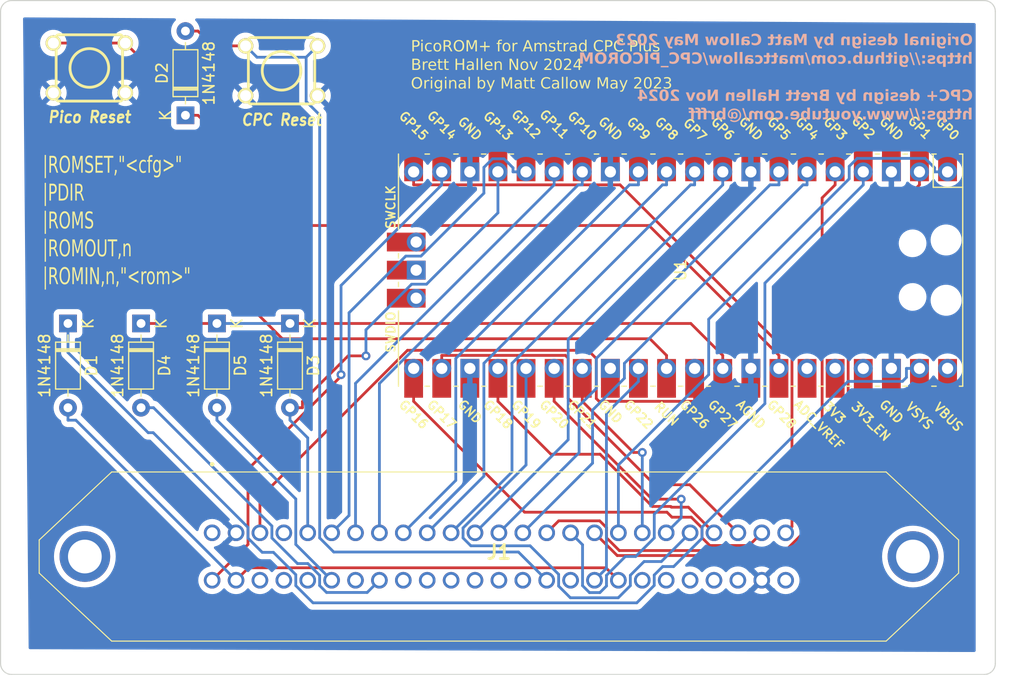
<source format=kicad_pcb>
(kicad_pcb (version 20221018) (generator pcbnew)
  (title_block (title "CPC PicoROM Plus") (date "18-Nov-2024") (rev "1.1-0") (company "Brett Hallen") (comment 1 "https://github.com/0ddjob/CPC_PICOROM") (comment 3 "https://github.com/mattcallow/CPC_PICOROM") (comment 4 "Original by Matt Callow"))
  (layers (0 "F.Cu" signal) (31 "B.Cu" signal) (34 "B.Paste" user) (35 "F.Paste" user) (36 "B.SilkS" user "B.Silkscreen") (37 "F.SilkS" user "F.Silkscreen") (38 "B.Mask" user) (39 "F.Mask" user) (44 "Edge.Cuts" user))
  (net 0 "")
  (net 1 "Net-(D1-K)")
  (net 2 "Vcc")
  (net 3 "Net-(D2-K)")
  (net 4 "~{BRST}")
  (net 5 "Net-(D3-K)")
  (net 6 "A13")
  (net 7 "~{WR}")
  (net 8 "~{IORQ}")
  (net 10 "GND")
  (net 11 "/A15")
  (net 13 "/A12")
  (net 14 "/A11")
  (net 15 "/A10")
  (net 16 "/A9")
  (net 17 "/A8")
  (net 18 "/A7")
  (net 19 "/A6")
  (net 20 "/A5")
  (net 21 "/A4")
  (net 22 "/A3")
  (net 23 "/A2")
  (net 24 "/A1")
  (net 25 "/A0")
  (net 26 "/D7")
  (net 27 "/D6")
  (net 28 "/D5")
  (net 29 "/D4")
  (net 30 "/D3")
  (net 31 "/D2")
  (net 32 "/D1")
  (net 33 "/D0")
  (net 45 "~{ROMEN}")
  (net 54 "RUN")
  (footprint "Diode_THT:D_DO-35_SOD27_P7.62mm_Horizontal" (layer "F.Cu") (at 95.504 123.444 -90)
    (fp_text reference "D3" (at 3.81 -2.12 90) (layer "F.SilkS"))
    (fp_text value "1N4148" (at 3.81 2.12 90) (layer "F.SilkS"))
    (fp_text user "K" (at 0 -1.8 90) (layer "F.SilkS"))
    (pad "1" thru_hole rect (at 0 0 270) (size 1.6 1.6) (drill 0.8) (layers "*.Cu" "*.Mask") (net 5 "Net-(D3-K)"))
    (pad "2" thru_hole oval (at 7.62 0 270) (size 1.6 1.6) (drill 0.8) (layers "*.Cu" "*.Mask") (net 6 "A13"))
  )
  (footprint "Diode_THT:D_DO-35_SOD27_P7.62mm_Horizontal" (layer "F.Cu") (at 88.9 123.444 -90)
    (fp_text reference "D5" (at 3.81 -2.12 90) (layer "F.SilkS"))
    (fp_text value "1N4148" (at 3.81 2.12 90) (layer "F.SilkS"))
    (fp_text user "K" (at 0 -1.8 90) (layer "F.SilkS"))
    (pad "1" thru_hole rect (at 0 0 270) (size 1.6 1.6) (drill 0.8) (layers "*.Cu" "*.Mask") (net 5 "Net-(D3-K)"))
    (pad "2" thru_hole oval (at 7.62 0 270) (size 1.6 1.6) (drill 0.8) (layers "*.Cu" "*.Mask") (net 8 "~{IORQ}"))
  )
  (footprint "CluelessEngineer:RPi_Pico_SMD_TH" (layer "F.Cu") (at 130.81 118.618 -90)
    (fp_text reference "U1" (at 0 0 90) (layer "F.SilkS"))
    (fp_text value "Pico")
    (fp_text user "VSYS" (at 13.2 -21.59 135) (layer "F.SilkS") (effects (font (size 0.8 0.8))))
    (fp_text user "GND" (at 12.8 19.05 135) (layer "F.SilkS") (effects (font (size 0.8 0.8))))
    (fp_text user "GP28" (at 13.054 -9.144 135) (layer "F.SilkS") (effects (font (size 0.8 0.8))))
    (fp_text user "GP27" (at 13.054 -3.8 135) (layer "F.SilkS") (effects (font (size 0.8 0.8))))
    (fp_text user "GP17" (at 13.054 21.59 135) (layer "F.SilkS") (effects (font (size 0.8 0.8))))
    (fp_text user "GP10" (at -13.054 8.89 135) (layer "F.SilkS") (effects (font (size 0.8 0.8))))
    (fp_text user "GP26" (at 13.054 -1.27 135) (layer "F.SilkS") (effects (font (size 0.8 0.8))))
    (fp_text user "GP5" (at -12.8 -8.89 135) (layer "F.SilkS") (effects (font (size 0.8 0.8))))
    (fp_text user "GP11" (at -13.2 11.43 135) (layer "F.SilkS") (effects (font (size 0.8 0.8))))
    (fp_text user "ADC_VREF" (at 14 -12.5 135) (layer "F.SilkS") (effects (font (size 0.8 0.8))))
    (fp_text user "GP13" (at -13.054 16.51 135) (layer "F.SilkS") (effects (font (size 0.8 0.8))))
    (fp_text user "GND" (at 12.8 6.35 135) (layer "F.SilkS") (effects (font (size 0.8 0.8))))
    (fp_text user "RUN" (at 13 1.27 135) (layer "F.SilkS") (effects (font (size 0.8 0.8))))
    (fp_text user "GP14" (at -13.1 21.59 135) (layer "F.SilkS") (effects (font (size 0.8 0.8))))
    (fp_text user "GP8" (at -12.8 1.27 135) (layer "F.SilkS") (effects (font (size 0.8 0.8))))
    (fp_text user "GP0" (at -12.8 -24.13 135) (layer "F.SilkS") (effects (font (size 0.8 0.8))))
    (fp_text user "GP6" (at -12.8 -3.81 135) (layer "F.SilkS") (effects (font (size 0.8 0.8))))
    (fp_text user "3V3_EN" (at 13.7 -17.2 135) (layer "F.SilkS") (effects (font (size 0.8 0.8))))
    (fp_text user "SWCLK" (at -5.7 26.2 90) (layer "F.SilkS") (effects (font (size 0.8 0.8))))
    (fp_text user "GND" (at -12.8 19.05 135) (layer "F.SilkS") (effects (font (size 0.8 0.8))))
    (fp_text user "3V3" (at 12.9 -13.9 135) (layer "F.SilkS") (effects (font (size 0.8 0.8))))
    (fp_text user "GND" (at -12.8 -19.05 135) (layer "F.SilkS") (effects (font (size 0.8 0.8))))
    (fp_text user "GP1" (at -12.9 -21.6 135) (layer "F.SilkS") (effects (font (size 0.8 0.8))))
    (fp_text user "GND" (at -12.8 6.35 135) (layer "F.SilkS") (effects (font (size 0.8 0.8))))
    (fp_text user "GP21" (at 13.054 8.9 135) (layer "F.SilkS") (effects (font (size 0.8 0.8))))
    (fp_text user "GP2" (at -12.9 -16.51 135) (layer "F.SilkS") (effects (font (size 0.8 0.8))))
    (fp_text user "SWDIO" (at 5.6 26.2 90) (layer "F.SilkS") (effects (font (size 0.8 0.8))))
    (fp_text user "GP19" (at 13.054 13.97 135) (layer "F.SilkS") (effects (font (size 0.8 0.8))))
    (fp_text user "GP22" (at 13.054 3.81 135) (layer "F.SilkS") (effects (font (size 0.8 0.8))))
    (fp_text user "GP20" (at 13.054 11.43 135) (layer "F.SilkS") (effects (font (size 0.8 0.8))))
    (fp_text user "GP12" (at -13.2 13.97 135) (layer "F.SilkS") (effects (font (size 0.8 0.8))))
    (fp_text user "AGND" (at 13.054 -6.35 135) (layer "F.SilkS") (effects (font (size 0.8 0.8))))
    (fp_text user "VBUS" (at 13.3 -24.2 135) (layer "F.SilkS") (effects (font (size 0.8 0.8))))
    (fp_text user "GND" (at 12.8 -19.05 135) (layer "F.SilkS") (effects (font (size 0.8 0.8))))
    (fp_text user "GP4" (at -12.8 -11.43 135) (layer "F.SilkS") (effects (font (size 0.8 0.8))))
    (fp_text user "GP9" (at -12.8 3.81 135) (layer "F.SilkS") (effects (font (size 0.8 0.8))))
    (fp_text user "GP15" (at -13.054 24.13 135) (layer "F.SilkS") (effects (font (size 0.8 0.8))))
    (fp_text user "GP16" (at 13.054 24.13 135) (layer "F.SilkS") (effects (font (size 0.8 0.8))))
    (fp_text user "GP18" (at 13.054 16.51 135) (layer "F.SilkS") (effects (font (size 0.8 0.8))))
    (fp_text user "GND" (at -12.8 -6.35 135) (layer "F.SilkS") (effects (font (size 0.8 0.8))))
    (fp_text user "GP3" (at -12.8 -13.97 135) (layer "F.SilkS") (effects (font (size 0.8 0.8))))
    (fp_text user "GP7" (at -12.7 -1.3 135) (layer "F.SilkS") (effects (font (size 0.8 0.8))))
    (pad "" np_thru_hole oval (at -2.725 -24 270) (size 1.8 1.8) (drill 1.8) (layers "*.Cu" "*.Mask"))
    (pad "" np_thru_hole oval (at -2.425 -20.97 270) (size 1.5 1.5) (drill 1.5) (layers "*.Cu" "*.Mask"))
    (pad "" np_thru_hole oval (at 2.425 -20.97 270) (size 1.5 1.5) (drill 1.5) (layers "*.Cu" "*.Mask"))
    (pad "" np_thru_hole oval (at 2.725 -24 270) (size 1.8 1.8) (drill 1.8) (layers "*.Cu" "*.Mask"))
    (pad "1" thru_hole oval (at -8.89 -24.13 270) (size 1.7 1.7) (drill 1.02) (layers "*.Cu" "*.Mask") (net 25 "/A0"))
    (pad "1" smd rect (at -8.89 -24.13 270) (size 3.5 1.7) (drill (offset -0.9 0)) (layers "F.Cu" "F.Mask") (net 25 "/A0"))
    (pad "2" thru_hole oval (at -8.89 -21.59 270) (size 1.7 1.7) (drill 1.02) (layers "*.Cu" "*.Mask") (net 24 "/A1"))
    (pad "2" smd rect (at -8.89 -21.59 270) (size 3.5 1.7) (drill (offset -0.9 0)) (layers "F.Cu" "F.Mask") (net 24 "/A1"))
    (pad "3" thru_hole rect (at -8.89 -19.05 270) (size 1.7 1.7) (drill 1.02) (layers "*.Cu" "*.Mask") (net 10 "GND"))
    (pad "3" smd rect (at -8.89 -19.05 270) (size 3.5 1.7) (drill (offset -0.9 0)) (layers "F.Cu" "F.Mask") (net 10 "GND"))
    (pad "4" thru_hole oval (at -8.89 -16.51 270) (size 1.7 1.7) (drill 1.02) (layers "*.Cu" "*.Mask") (net 23 "/A2"))
    (pad "4" smd rect (at -8.89 -16.51 270) (size 3.5 1.7) (drill (offset -0.9 0)) (layers "F.Cu" "F.Mask") (net 23 "/A2"))
    (pad "5" thru_hole oval (at -8.89 -13.97 270) (size 1.7 1.7) (drill 1.02) (layers "*.Cu" "*.Mask") (net 22 "/A3"))
    (pad "5" smd rect (at -8.89 -13.97 270) (size 3.5 1.7) (drill (offset -0.9 0)) (layers "F.Cu" "F.Mask") (net 22 "/A3"))
    (pad "6" thru_hole oval (at -8.89 -11.43 270) (size 1.7 1.7) (drill 1.02) (layers "*.Cu" "*.Mask") (net 21 "/A4"))
    (pad "6" smd rect (at -8.89 -11.43 270) (size 3.5 1.7) (drill (offset -0.9 0)) (layers "F.Cu" "F.Mask") (net 21 "/A4"))
    (pad "7" thru_hole oval (at -8.89 -8.89 270) (size 1.7 1.7) (drill 1.02) (layers "*.Cu" "*.Mask") (net 20 "/A5"))
    (pad "7" smd rect (at -8.89 -8.89 270) (size 3.5 1.7) (drill (offset -0.9 0)) (layers "F.Cu" "F.Mask") (net 20 "/A5"))
    (pad "8" thru_hole rect (at -8.89 -6.35 270) (size 1.7 1.7) (drill 1.02) (layers "*.Cu" "*.Mask") (net 10 "GND"))
    (pad "8" smd rect (at -8.89 -6.35 270) (size 3.5 1.7) (drill (offset -0.9 0)) (layers "F.Cu" "F.Mask") (net 10 "GND"))
    (pad "9" thru_hole oval (at -8.89 -3.81 270) (size 1.7 1.7) (drill 1.02) (layers "*.Cu" "*.Mask") (net 19 "/A6"))
    (pad "9" smd rect (at -8.89 -3.81 270) (size 3.5 1.7) (drill (offset -0.9 0)) (layers "F.Cu" "F.Mask") (net 19 "/A6"))
    (pad "10" thru_hole oval (at -8.89 -1.27 270) (size 1.7 1.7) (drill 1.02) (layers "*.Cu" "*.Mask") (net 18 "/A7"))
    (pad "10" smd rect (at -8.89 -1.27 270) (size 3.5 1.7) (drill (offset -0.9 0)) (layers "F.Cu" "F.Mask") (net 18 "/A7"))
    (pad "11" thru_hole oval (at -8.89 1.27 270) (size 1.7 1.7) (drill 1.02) (layers "*.Cu" "*.Mask") (net 17 "/A8"))
    (pad "11" smd rect (at -8.89 1.27 270) (size 3.5 1.7) (drill (offset -0.9 0)) (layers "F.Cu" "F.Mask") (net 17 "/A8"))
    (pad "12" thru_hole oval (at -8.89 3.81 270) (size 1.7 1.7) (drill 1.02) (layers "*.Cu" "*.Mask") (net 16 "/A9"))
    (pad "12" smd rect (at -8.89 3.81 270) (size 3.5 1.7) (drill (offset -0.9 0)) (layers "F.Cu" "F.Mask") (net 16 "/A9"))
    (pad "13" thru_hole rect (at -8.89 6.35 270) (size 1.7 1.7) (drill 1.02) (layers "*.Cu" "*.Mask") (net 10 "GND"))
    (pad "13" smd rect (at -8.89 6.35 270) (size 3.5 1.7) (drill (offset -0.9 0)) (layers "F.Cu" "F.Mask") (net 10 "GND"))
    (pad "14" thru_hole oval (at -8.89 8.89 270) (size 1.7 1.7) (drill 1.02) (layers "*.Cu" "*.Mask") (net 15 "/A10"))
    (pad "14" smd rect (at -8.89 8.89 270) (size 3.5 1.7) (drill (offset -0.9 0)) (layers "F.Cu" "F.Mask") (net 15 "/A10"))
    (pad "15" thru_hole oval (at -8.89 11.43 270) (size 1.7 1.7) (drill 1.02) (layers "*.Cu" "*.Mask") (net 14 "/A11"))
    (pad "15" smd rect (at -8.89 11.43 270) (size 3.5 1.7) (drill (offset -0.9 0)) (layers "F.Cu" "F.Mask") (net 14 "/A11"))
    (pad "16" thru_hole oval (at -8.89 13.97 270) (size 1.7 1.7) (drill 1.02) (layers "*.Cu" "*.Mask") (net 13 "/A12"))
    (pad "16" smd rect (at -8.89 13.97 270) (size 3.5 1.7) (drill (offset -0.9 0)) (layers "F.Cu" "F.Mask") (net 13 "/A12"))
    (pad "17" thru_hole oval (at -8.89 16.51 270) (size 1.7 1.7) (drill 1.02) (layers "*.Cu" "*.Mask") (net 6 "A13"))
    (pad "17" smd rect (at -8.89 16.51 270) (size 3.5 1.7) (drill (offset -0.9 0)) (layers "F.Cu" "F.Mask") (net 6 "A13"))
    (pad "18" thru_hole rect (at -8.89 19.05 270) (size 1.7 1.7) (drill 1.02) (layers "*.Cu" "*.Mask") (net 10 "GND"))
    (pad "18" smd rect (at -8.89 19.05 270) (size 3.5 1.7) (drill (offset -0.9 0)) (layers "F.Cu" "F.Mask") (net 10 "GND"))
    (pad "19" thru_hole oval (at -8.89 21.59 270) (size 1.7 1.7) (drill 1.02) (layers "*.Cu" "*.Mask") (net 33 "/D0"))
    (pad "19" smd rect (at -8.89 21.59 270) (size 3.5 1.7) (drill (offset -0.9 0)) (layers "F.Cu" "F.Mask") (net 33 "/D0"))
    (pad "20" thru_hole oval (at -8.89 24.13 270) (size 1.7 1.7) (drill 1.02) (layers "*.Cu" "*.Mask") (net 32 "/D1"))
    (pad "20" smd rect (at -8.89 24.13 270) (size 3.5 1.7) (drill (offset -0.9 0)) (layers "F.Cu" "F.Mask") (net 32 "/D1"))
    (pad "21" thru_hole oval (at 8.89 24.13 270) (size 1.7 1.7) (drill 1.02) (layers "*.Cu" "*.Mask") (net 31 "/D2"))
    (pad "21" smd rect (at 8.89 24.13 270) (size 3.5 1.7) (drill (offset 0.9 0)) (layers "F.Cu" "F.Mask") (net 31 "/D2"))
    (pad "22" thru_hole oval (at 8.89 21.59 270) (size 1.7 1.7) (drill 1.02) (layers "*.Cu" "*.Mask") (net 30 "/D3"))
    (pad "22" smd rect (at 8.89 21.59 270) (size 3.5 1.7) (drill (offset 0.9 0)) (layers "F.Cu" "F.Mask") (net 30 "/D3"))
    (pad "23" thru_hole rect (at 8.89 19.05 270) (size 1.7 1.7) (drill 1.02) (layers "*.Cu" "*.Mask") (net 10 "GND"))
    (pad "23" smd rect (at 8.89 19.05 270) (size 3.5 1.7) (drill (offset 0.9 0)) (layers "F.Cu" "F.Mask") (net 10 "GND"))
    (pad "24" thru_hole oval (at 8.89 16.51 270) (size 1.7 1.7) (drill 1.02) (layers "*.Cu" "*.Mask") (net 29 "/D4"))
    (pad "24" smd rect (at 8.89 16.51 270) (size 3.5 1.7) (drill (offset 0.9 0)) (layers "F.Cu" "F.Mask") (net 29 "/D4"))
    (pad "25" thru_hole oval (at 8.89 13.97 270) (size 1.7 1.7) (drill 1.02) (layers "*.Cu" "*.Mask") (net 28 "/D5"))
    (pad "25" smd rect (at 8.89 13.97 270) (size 3.5 1.7) (drill (offset 0.9 0)) (layers "F.Cu" "F.Mask") (net 28 "/D5"))
    (pad "26" thru_hole oval (at 8.89 11.43 270) (size 1.7 1.7) (drill 1.02) (layers "*.Cu" "*.Mask") (net 27 "/D6"))
    (pad "26" smd rect (at 8.89 11.43 270) (size 3.5 1.7) (drill (offset 0.9 0)) (layers "F.Cu" "F.Mask") (net 27 "/D6"))
    (pad "27" thru_hole oval (at 8.89 8.89 270) (size 1.7 1.7) (drill 1.02) (layers "*.Cu" "*.Mask") (net 26 "/D7"))
    (pad "27" smd rect (at 8.89 8.89 270) (size 3.5 1.7) (drill (offset 0.9 0)) (layers "F.Cu" "F.Mask") (net 26 "/D7"))
    (pad "28" thru_hole rect (at 8.89 6.35 270) (size 1.7 1.7) (drill 1.02) (layers "*.Cu" "*.Mask") (net 10 "GND"))
    (pad "28" smd rect (at 8.89 6.35 270) (size 3.5 1.7) (drill (offset 0.9 0)) (layers "F.Cu" "F.Mask") (net 10 "GND"))
    (pad "29" thru_hole oval (at 8.89 3.81 270) (size 1.7 1.7) (drill 1.02) (layers "*.Cu" "*.Mask") (net 45 "~{ROMEN}"))
    (pad "29" smd rect (at 8.89 3.81 270) (size 3.5 1.7) (drill (offset 0.9 0)) (layers "F.Cu" "F.Mask") (net 45 "~{ROMEN}"))
    (pad "30" thru_hole oval (at 8.89 1.27 270) (size 1.7 1.7) (drill 1.02) (layers "*.Cu" "*.Mask") (net 54 "RUN"))
    (pad "30" smd rect (at 8.89 1.27 270) (size 3.5 1.7) (drill (offset 0.9 0)) (layers "F.Cu" "F.Mask") (net 54 "RUN"))
    (pad "31" thru_hole oval (at 8.89 -1.27 270) (size 1.7 1.7) (drill 1.02) (layers "*.Cu" "*.Mask") (net 11 "/A15"))
    (pad "31" smd rect (at 8.89 -1.27 270) (size 3.5 1.7) (drill (offset 0.9 0)) (layers "F.Cu" "F.Mask") (net 11 "/A15"))
    (pad "32" thru_hole oval (at 8.89 -3.81 270) (size 1.7 1.7) (drill 1.02) (layers "*.Cu" "*.Mask") (net 5 "Net-(D3-K)"))
    (pad "32" smd rect (at 8.89 -3.81 270) (size 3.5 1.7) (drill (offset 0.9 0)) (layers "F.Cu" "F.Mask") (net 5 "Net-(D3-K)"))
    (pad "33" thru_hole rect (at 8.89 -6.35 270) (size 1.7 1.7) (drill 1.02) (layers "*.Cu" "*.Mask") (net 10 "GND"))
    (pad "33" smd rect (at 8.89 -6.35 270) (size 3.5 1.7) (drill (offset 0.9 0)) (layers "F.Cu" "F.Mask") (net 10 "GND"))
    (pad "34" thru_hole oval (at 8.89 -8.89 270) (size 1.7 1.7) (drill 1.02) (layers "*.Cu" "*.Mask") (net 3 "Net-(D2-K)"))
    (pad "34" smd rect (at 8.89 -8.89 270) (size 3.5 1.7) (drill (offset 0.9 0)) (layers "F.Cu" "F.Mask") (net 3 "Net-(D2-K)"))
    (pad "35" thru_hole oval (at 8.89 -11.43 270) (size 1.7 1.7) (drill 1.02) (layers "*.Cu" "*.Mask"))
    (pad "35" smd rect (at 8.89 -11.43 270) (size 3.5 1.7) (drill (offset 0.9 0)) (layers "F.Cu" "F.Mask"))
    (pad "36" thru_hole oval (at 8.89 -13.97 270) (size 1.7 1.7) (drill 1.02) (layers "*.Cu" "*.Mask"))
    (pad "36" smd rect (at 8.89 -13.97 270) (size 3.5 1.7) (drill (offset 0.9 0)) (layers "F.Cu" "F.Mask"))
    (pad "37" thru_hole oval (at 8.89 -16.51 270) (size 1.7 1.7) (drill 1.02) (layers "*.Cu" "*.Mask"))
    (pad "37" smd rect (at 8.89 -16.51 270) (size 3.5 1.7) (drill (offset 0.9 0)) (layers "F.Cu" "F.Mask"))
    (pad "38" thru_hole rect (at 8.89 -19.05 270) (size 1.7 1.7) (drill 1.02) (layers "*.Cu" "*.Mask") (net 10 "GND"))
    (pad "38" smd rect (at 8.89 -19.05 270) (size 3.5 1.7) (drill (offset 0.9 0)) (layers "F.Cu" "F.Mask") (net 10 "GND"))
    (pad "39" thru_hole oval (at 8.89 -21.59 270) (size 1.7 1.7) (drill 1.02) (layers "*.Cu" "*.Mask") (net 1 "Net-(D1-K)"))
    (pad "39" smd rect (at 8.89 -21.59 270) (size 3.5 1.7) (drill (offset 0.9 0)) (layers "F.Cu" "F.Mask") (net 1 "Net-(D1-K)"))
    (pad "40" thru_hole oval (at 8.89 -24.13 270) (size 1.7 1.7) (drill 1.02) (layers "*.Cu" "*.Mask"))
    (pad "40" smd rect (at 8.89 -24.13 270) (size 3.5 1.7) (drill (offset 0.9 0)) (layers "F.Cu" "F.Mask"))
    (pad "41" thru_hole oval (at -2.54 23.9 270) (size 1.7 1.7) (drill 1.02) (layers "*.Cu" "*.Mask"))
    (pad "41" smd rect (at -2.54 23.9) (size 3.5 1.7) (drill (offset -0.9 0)) (layers "F.Cu" "F.Mask"))
    (pad "42" thru_hole rect (at 0 23.9 270) (size 1.7 1.7) (drill 1.02) (layers "*.Cu" "*.Mask"))
    (pad "42" smd rect (at 0 23.9) (size 3.5 1.7) (drill (offset -0.9 0)) (layers "F.Cu" "F.Mask"))
    (pad "43" thru_hole oval (at 2.54 23.9 270) (size 1.7 1.7) (drill 1.02) (layers "*.Cu" "*.Mask"))
    (pad "43" smd rect (at 2.54 23.9) (size 3.5 1.7) (drill (offset -0.9 0)) (layers "F.Cu" "F.Mask"))
  )
  (footprint "My_Components:Switch_Tactile_6mm" (layer "F.Cu") (at 77.3684 100.33)
    (fp_text reference "SW1" hide)
    (fp_text value "Pico Reset" (at 0 4.445) (layer "F.SilkS") (effects (font (size 1.016 0.9144) (thickness 0.2032) italic)))
    (pad "1" thru_hole circle (at -3.2512 -2.25044) (size 1.39954 1.39954) (drill 1.00076) (layers "*.Cu" "*.Mask" "F.SilkS") (net 54 "RUN"))
    (pad "1" thru_hole circle (at 3.2512 -2.25044) (size 1.39954 1.39954) (drill 1.00076) (layers "*.Cu" "*.Mask" "F.SilkS") (net 54 "RUN"))
    (pad "2" thru_hole circle (at -3.2512 2.25044) (size 1.39954 1.39954) (drill 1.00076) (layers "*.Cu" "*.Mask" "F.SilkS") (net 10 "GND"))
    (pad "2" thru_hole circle (at 3.2512 2.25044) (size 1.39954 1.39954) (drill 1.00076) (layers "*.Cu" "*.Mask" "F.SilkS") (net 10 "GND"))
  )
  (footprint "My_Components:Switch_Tactile_6mm" (layer "F.Cu") (at 94.742 100.584)
    (fp_text reference "SW2" hide)
    (fp_text value "CPC Reset" (at 0 4.445) (layer "F.SilkS") (effects (font (size 1.016 0.9144) (thickness 0.2032) italic)))
    (pad "1" thru_hole circle (at -3.2512 -2.25044) (size 1.39954 1.39954) (drill 1.00076) (layers "*.Cu" "*.Mask" "F.SilkS") (net 4 "~{BRST}"))
    (pad "1" thru_hole circle (at 3.2512 -2.25044) (size 1.39954 1.39954) (drill 1.00076) (layers "*.Cu" "*.Mask" "F.SilkS") (net 4 "~{BRST}"))
    (pad "2" thru_hole circle (at -3.2512 2.25044) (size 1.39954 1.39954) (drill 1.00076) (layers "*.Cu" "*.Mask" "F.SilkS") (net 10 "GND"))
    (pad "2" thru_hole circle (at 3.2512 2.25044) (size 1.39954 1.39954) (drill 1.00076) (layers "*.Cu" "*.Mask" "F.SilkS") (net 10 "GND"))
  )
  (footprint "Diode_THT:D_DO-35_SOD27_P7.62mm_Horizontal" (layer "F.Cu") (at 86.0552 104.6124 90)
    (fp_text reference "D2" (at 3.81 -2.12 90) (layer "F.SilkS"))
    (fp_text value "1N4148" (at 3.81 2.12 90) (layer "F.SilkS"))
    (fp_text user "K" (at 0 -1.8 90) (layer "F.SilkS"))
    (pad "1" thru_hole rect (at 0 0 90) (size 1.6 1.6) (drill 0.8) (layers "*.Cu" "*.Mask") (net 3 "Net-(D2-K)"))
    (pad "2" thru_hole oval (at 7.62 0 90) (size 1.6 1.6) (drill 0.8) (layers "*.Cu" "*.Mask") (net 4 "~{BRST}"))
  )
  (footprint "CluelessEngineer:111050113L001" (layer "F.Cu") (at 88.467 142.381)
    (fp_text reference "J1" (at 25.92 1.747) (layer "F.SilkS") (effects (font (size 1.27 1.27) (thickness 0.254))))
    (fp_text value "Amstrad_CPC_Plus_Expansion" hide)
    (pad "1" thru_hole circle (at 0 0) (size 1.5 1.5) (drill 1) (layers "*.Cu" "*.Mask"))
    (pad "2" thru_hole circle (at 2.16 0) (size 1.5 1.5) (drill 1) (layers "*.Cu" "*.Mask") (net 10 "GND"))
    (pad "3" thru_hole circle (at 4.32 0) (size 1.5 1.5) (drill 1) (layers "*.Cu" "*.Mask") (net 11 "/A15"))
    (pad "4" thru_hole circle (at 6.48 0) (size 1.5 1.5) (drill 1) (layers "*.Cu" "*.Mask"))
    (pad "5" thru_hole circle (at 8.64 0) (size 1.5 1.5) (drill 1) (layers "*.Cu" "*.Mask") (net 6 "A13"))
    (pad "6" thru_hole circle (at 10.8 0) (size 1.5 1.5) (drill 1) (layers "*.Cu" "*.Mask") (net 13 "/A12"))
    (pad "7" thru_hole circle (at 12.96 0) (size 1.5 1.5) (drill 1) (layers "*.Cu" "*.Mask") (net 14 "/A11"))
    (pad "8" thru_hole circle (at 15.12 0) (size 1.5 1.5) (drill 1) (layers "*.Cu" "*.Mask") (net 15 "/A10"))
    (pad "9" thru_hole circle (at 17.28 0) (size 1.5 1.5) (drill 1) (layers "*.Cu" "*.Mask") (net 16 "/A9"))
    (pad "10" thru_hole circle (at 19.44 0) (size 1.5 1.5) (drill 1) (layers "*.Cu" "*.Mask") (net 17 "/A8"))
    (pad "11" thru_hole circle (at 21.6 0) (size 1.5 1.5) (drill 1) (layers "*.Cu" "*.Mask") (net 18 "/A7"))
    (pad "12" thru_hole circle (at 23.76 0) (size 1.5 1.5) (drill 1) (layers "*.Cu" "*.Mask") (net 19 "/A6"))
    (pad "13" thru_hole circle (at 25.92 0) (size 1.5 1.5) (drill 1) (layers "*.Cu" "*.Mask") (net 20 "/A5"))
    (pad "14" thru_hole circle (at 28.08 0) (size 1.5 1.5) (drill 1) (layers "*.Cu" "*.Mask") (net 21 "/A4"))
    (pad "15" thru_hole circle (at 30.24 0) (size 1.5 1.5) (drill 1) (layers "*.Cu" "*.Mask") (net 22 "/A3"))
    (pad "16" thru_hole circle (at 32.4 0) (size 1.5 1.5) (drill 1) (layers "*.Cu" "*.Mask") (net 23 "/A2"))
    (pad "17" thru_hole circle (at 34.56 0) (size 1.5 1.5) (drill 1) (layers "*.Cu" "*.Mask") (net 24 "/A1"))
    (pad "18" thru_hole circle (at 36.72 0) (size 1.5 1.5) (drill 1) (layers "*.Cu" "*.Mask") (net 25 "/A0"))
    (pad "19" thru_hole circle (at 38.88 0) (size 1.5 1.5) (drill 1) (layers "*.Cu" "*.Mask") (net 26 "/D7"))
    (pad "20" thru_hole circle (at 41.04 0) (size 1.5 1.5) (drill 1) (layers "*.Cu" "*.Mask") (net 27 "/D6"))
    (pad "21" thru_hole circle (at 43.2 0) (size 1.5 1.5) (drill 1) (layers "*.Cu" "*.Mask") (net 28 "/D5"))
    (pad "22" thru_hole circle (at 45.36 0) (size 1.5 1.5) (drill 1) (layers "*.Cu" "*.Mask") (net 29 "/D4"))
    (pad "23" thru_hole circle (at 47.52 0) (size 1.5 1.5) (drill 1) (layers "*.Cu" "*.Mask") (net 30 "/D3"))
    (pad "24" thru_hole circle (at 49.68 0) (size 1.5 1.5) (drill 1) (layers "*.Cu" "*.Mask") (net 31 "/D2"))
    (pad "25" thru_hole circle (at 51.84 0) (size 1.5 1.5) (drill 1) (layers "*.Cu" "*.Mask") (net 32 "/D1"))
    (pad "26" thru_hole circle (at 0 4.29) (size 1.5 1.5) (drill 1) (layers "*.Cu" "*.Mask") (net 33 "/D0"))
    (pad "27" thru_hole circle (at 2.16 4.29) (size 1.5 1.5) (drill 1) (layers "*.Cu" "*.Mask") (net 2 "Vcc"))
    (pad "28" thru_hole circle (at 4.32 4.29) (size 1.5 1.5) (drill 1) (layers "*.Cu" "*.Mask"))
    (pad "29" thru_hole circle (at 6.48 4.29) (size 1.5 1.5) (drill 1) (layers "*.Cu" "*.Mask"))
    (pad "30" thru_hole circle (at 8.64 4.29) (size 1.5 1.5) (drill 1) (layers "*.Cu" "*.Mask"))
    (pad "31" thru_hole circle (at 10.8 4.29) (size 1.5 1.5) (drill 1) (layers "*.Cu" "*.Mask") (net 8 "~{IORQ}"))
    (pad "32" thru_hole circle (at 12.96 4.29) (size 1.5 1.5) (drill 1) (layers "*.Cu" "*.Mask"))
    (pad "33" thru_hole circle (at 15.12 4.29) (size 1.5 1.5) (drill 1) (layers "*.Cu" "*.Mask") (net 7 "~{WR}"))
    (pad "34" thru_hole circle (at 17.28 4.29) (size 1.5 1.5) (drill 1) (layers "*.Cu" "*.Mask"))
    (pad "35" thru_hole circle (at 19.44 4.29) (size 1.5 1.5) (drill 1) (layers "*.Cu" "*.Mask"))
    (pad "36" thru_hole circle (at 21.6 4.29) (size 1.5 1.5) (drill 1) (layers "*.Cu" "*.Mask"))
    (pad "37" thru_hole circle (at 23.76 4.29) (size 1.5 1.5) (drill 1) (layers "*.Cu" "*.Mask"))
    (pad "38" thru_hole circle (at 25.92 4.29) (size 1.5 1.5) (drill 1) (layers "*.Cu" "*.Mask"))
    (pad "39" thru_hole circle (at 28.08 4.29) (size 1.5 1.5) (drill 1) (layers "*.Cu" "*.Mask"))
    (pad "40" thru_hole circle (at 30.24 4.29) (size 1.5 1.5) (drill 1) (layers "*.Cu" "*.Mask") (net 4 "~{BRST}"))
    (pad "41" thru_hole circle (at 32.4 4.29) (size 1.5 1.5) (drill 1) (layers "*.Cu" "*.Mask"))
    (pad "42" thru_hole circle (at 34.56 4.29) (size 1.5 1.5) (drill 1) (layers "*.Cu" "*.Mask") (net 45 "~{ROMEN}"))
    (pad "43" thru_hole circle (at 36.72 4.29) (size 1.5 1.5) (drill 1) (layers "*.Cu" "*.Mask") (net 2 "Vcc"))
    (pad "44" thru_hole circle (at 38.88 4.29) (size 1.5 1.5) (drill 1) (layers "*.Cu" "*.Mask"))
    (pad "45" thru_hole circle (at 41.04 4.29) (size 1.5 1.5) (drill 1) (layers "*.Cu" "*.Mask"))
    (pad "46" thru_hole circle (at 43.2 4.29) (size 1.5 1.5) (drill 1) (layers "*.Cu" "*.Mask"))
    (pad "47" thru_hole circle (at 45.36 4.29) (size 1.5 1.5) (drill 1) (layers "*.Cu" "*.Mask"))
    (pad "48" thru_hole circle (at 47.52 4.29) (size 1.5 1.5) (drill 1) (layers "*.Cu" "*.Mask"))
    (pad "49" thru_hole circle (at 49.68 4.29) (size 1.5 1.5) (drill 1) (layers "*.Cu" "*.Mask") (net 10 "GND"))
    (pad "50" thru_hole circle (at 51.84 4.29) (size 1.5 1.5) (drill 1) (layers "*.Cu" "*.Mask"))
    (pad "MH1" thru_hole circle (at -11.505 2.145) (size 4.575 4.575) (drill 3.05) (layers "*.Cu" "*.Mask"))
    (pad "MH2" thru_hole circle (at 63.345 2.145) (size 4.575 4.575) (drill 3.05) (layers "*.Cu" "*.Mask"))
  )
  (footprint "Diode_THT:D_DO-35_SOD27_P7.62mm_Horizontal" (layer "F.Cu") (at 82.042 123.444 -90)
    (fp_text reference "D4" (at 3.81 -2.12 90) (layer "F.SilkS"))
    (fp_text value "1N4148" (at 3.81 2.12 90) (layer "F.SilkS"))
    (fp_text user "K" (at 0 -1.8 90) (layer "F.SilkS"))
    (pad "1" thru_hole rect (at 0 0 270) (size 1.6 1.6) (drill 0.8) (layers "*.Cu" "*.Mask") (net 5 "Net-(D3-K)"))
    (pad "2" thru_hole oval (at 7.62 0 270) (size 1.6 1.6) (drill 0.8) (layers "*.Cu" "*.Mask") (net 7 "~{WR}"))
  )
  (footprint "Diode_THT:D_DO-35_SOD27_P7.62mm_Horizontal" (layer "F.Cu") (at 75.438 123.444 -90)
    (fp_text reference "D1" (at 3.81 -2.12 90) (layer "F.SilkS"))
    (fp_text value "1N4148" (at 3.81 2.12 90) (layer "F.SilkS"))
    (fp_text user "K" (at 0 -1.8 90) (layer "F.SilkS"))
    (pad "1" thru_hole rect (at 0 0 270) (size 1.6 1.6) (drill 0.8) (layers "*.Cu" "*.Mask") (net 1 "Net-(D1-K)"))
    (pad "2" thru_hole oval (at 7.62 0 270) (size 1.6 1.6) (drill 0.8) (layers "*.Cu" "*.Mask") (net 2 "Vcc"))
  )
  (gr_arc (start 70.342 155.194) (mid 69.634893 154.901107) (end 69.342 154.194) (stroke (width 0.1)) (layer "Edge.Cuts"))
  (gr_line (start 159.258 95.234) (end 159.258 154.194) (stroke (width 0.1)) (layer "Edge.Cuts"))
  (gr_line (start 158.258 155.194) (end 70.342 155.194) (stroke (width 0.1)) (layer "Edge.Cuts"))
  (gr_arc (start 159.258 154.194) (mid 158.965107 154.901107) (end 158.258 155.194) (stroke (width 0.1)) (layer "Edge.Cuts"))
  (gr_line (start 70.342 94.234) (end 158.258 94.234) (stroke (width 0.1)) (layer "Edge.Cuts"))
  (gr_line (start 69.342 154.194) (end 69.342 95.234) (stroke (width 0.1)) (layer "Edge.Cuts"))
  (gr_arc (start 158.258 94.234) (mid 158.965107 94.526893) (end 159.258 95.234) (stroke (width 0.1)) (layer "Edge.Cuts"))
  (gr_arc (start 69.342 95.234) (mid 69.634893 94.526893) (end 70.342 94.234) (stroke (width 0.1)) (layer "Edge.Cuts"))
  (gr_text "Original design by Matt Callow May 2023\nhttps://github.com/mattcallow/CPC_PICOROM\n\nCPC+ design by Brett Hallen Nov 2024\nhttps://www.youtube.com/@brfff\n" (at 157.226 105.156) (layer "B.SilkS") (effects (font (size 1 1) (thickness 0.25) bold) (justify left bottom mirror)))
  (gr_text "|ROMSET,{dblquote}<cfg>{dblquote}\n|PDIR\n|ROMS\n|ROMOUT,n\n|ROMIN,n,{dblquote}<rom>{dblquote}" (at 73.152 120.142) (layer "F.SilkS") (effects (font (size 1.5 1)) (justify left bottom)))
  (gr_text "PicoROM+ for Amstrad CPC Plus\nBrett Hallen Nov 2024\nOriginal by Matt Callow May 2023" (at 106.426 102.362) (layer "F.SilkS") (effects (font (size 1 1)) (justify left bottom)))
  (segment (start 82.6853 133.3222) (end 83.1412 133.3222) (width 0.25) (layer "B.Cu") (net 1))
  (segment (start 132.747 141.8717) (end 145.9338 128.6849) (width 0.25) (layer "B.Cu") (net 1))
  (segment (start 130.1883 145.4314) (end 132.747 142.8727) (width 0.25) (layer "B.Cu") (net 1))
  (segment (start 150.8554 128.6849) (end 151.2231 128.3172) (width 0.25) (layer "B.Cu") (net 1))
  (segment (start 96.0271 146.1632) (end 96.0271 147.1556) (width 0.25) (layer "B.Cu") (net 1))
  (segment (start 75.438 123.444) (end 75.438 126.0749) (width 0.25) (layer "B.Cu") (net 1))
  (segment (start 75.438 126.0749) (end 82.6853 133.3222) (width 0.25) (layer "B.Cu") (net 1))
  (segment (start 128.427 146.1984) (end 129.194 145.4314) (width 0.25) (layer "B.Cu") (net 1))
  (segment (start 97.5838 148.7123) (end 126.8507 148.7123) (width 0.25) (layer "B.Cu") (net 1))
  (segment (start 94.0092 144.1453) (end 96.0271 146.1632) (width 0.25) (layer "B.Cu") (net 1))
  (segment (start 151.2231 128.3172) (end 151.2231 127.508) (width 0.25) (layer "B.Cu") (net 1))
  (segment (start 83.1412 133.3222) (end 91.707 141.888) (width 0.25) (layer "B.Cu") (net 1))
  (segment (start 152.4 127.508) (end 151.2231 127.508) (width 0.25) (layer "B.Cu") (net 1))
  (segment (start 96.0271 147.1556) (end 97.5838 148.7123) (width 0.25) (layer "B.Cu") (net 1))
  (segment (start 132.747 142.8727) (end 132.747 141.8717) (width 0.25) (layer "B.Cu") (net 1))
  (segment (start 92.9937 144.1453) (end 94.0092 144.1453) (width 0.25) (layer "B.Cu") (net 1))
  (segment (start 145.9338 128.6849) (end 150.8554 128.6849) (width 0.25) (layer "B.Cu") (net 1))
  (segment (start 129.194 145.4314) (end 130.1883 145.4314) (width 0.25) (layer "B.Cu") (net 1))
  (segment (start 126.8507 148.7123) (end 128.427 147.136) (width 0.25) (layer "B.Cu") (net 1))
  (segment (start 91.707 141.888) (end 91.707 142.8586) (width 0.25) (layer "B.Cu") (net 1))
  (segment (start 128.427 147.136) (end 128.427 146.1984) (width 0.25) (layer "B.Cu") (net 1))
  (segment (start 91.707 142.8586) (end 92.9937 144.1453) (width 0.25) (layer "B.Cu") (net 1))
  (segment (start 91.7537 145.5443) (end 124.0603 145.5443) (width 0.25) (layer "F.Cu") (net 2))
  (segment (start 90.627 146.671) (end 91.7537 145.5443) (width 0.25) (layer "F.Cu") (net 2))
  (segment (start 124.0603 145.5443) (end 125.187 146.671) (width 0.25) (layer "F.Cu") (net 2))
  (segment (start 90.627 146.671) (end 76.1469 132.1909) (width 0.25) (layer "B.Cu") (net 2))
  (segment (start 75.438 131.064) (end 75.438 132.1909) (width 0.25) (layer "B.Cu") (net 2))
  (segment (start 76.1469 132.1909) (end 75.438 132.1909) (width 0.25) (layer "B.Cu") (net 2))
  (segment (start 127.9529 114.584) (end 139.7 126.3311) (width 0.25) (layer "F.Cu") (net 3))
  (segment (start 87.1821 104.6124) (end 97.1537 114.584) (width 0.25) (layer "F.Cu") (net 3))
  (segment (start 139.7 127.508) (end 139.7 126.3311) (width 0.25) (layer "F.Cu") (net 3))
  (segment (start 86.0552 104.6124) (end 87.1821 104.6124) (width 0.25) (layer "F.Cu") (net 3))
  (segment (start 97.1537 114.584) (end 127.9529 114.584) (width 0.25) (layer "F.Cu") (net 3))
  (segment (start 88.5233 98.3336) (end 87.1821 96.9924) (width 0.25) (layer "F.Cu") (net 4))
  (segment (start 86.0552 96.9924) (end 87.1821 96.9924) (width 0.25) (layer "F.Cu") (net 4))
  (segment (start 91.4908 98.3336) (end 88.5233 98.3336) (width 0.25) (layer "F.Cu") (net 4))
  (segment (start 96.9638 99.363) (end 96.9638 103.3581) (width 0.25) (layer "B.Cu") (net 4))
  (segment (start 96.9638 103.3581) (end 98.1871 104.5814) (width 0.25) (layer "B.Cu") (net 4))
  (segment (start 99.4574 144.1166) (end 116.1526 144.1166) (width 0.25) (layer "B.Cu") (net 4))
  (segment (start 116.1526 144.1166) (end 118.707 146.671) (width 0.25) (layer "B.Cu") (net 4))
  (segment (start 92.5202 99.363) (end 91.4908 98.3336) (width 0.25) (layer "B.Cu") (net 4))
  (segment (start 98.1871 142.8463) (end 99.4574 144.1166) (width 0.25) (layer "B.Cu") (net 4))
  (segment (start 96.9638 99.363) (end 97.9932 98.3336) (width 0.25) (layer "B.Cu") (net 4))
  (segment (start 98.1871 104.5814) (end 98.1871 142.8463) (width 0.25) (layer "B.Cu") (net 4))
  (segment (start 96.9638 99.363) (end 92.5202 99.363) (width 0.25) (layer "B.Cu") (net 4))
  (segment (start 95.504 123.444) (end 96.6309 123.444) (width 0.25) (layer "F.Cu") (net 5))
  (segment (start 131.7329 123.444) (end 134.62 126.3311) (width 0.25) (layer "F.Cu") (net 5))
  (segment (start 82.042 123.444) (end 88.9 123.444) (width 0.25) (layer "F.Cu") (net 5))
  (segment (start 96.6309 123.444) (end 131.7329 123.444) (width 0.25) (layer "F.Cu") (net 5))
  (segment (start 134.62 127.508) (end 134.62 126.3311) (width 0.25) (layer "F.Cu") (net 5))
  (segment (start 88.9 123.444) (end 95.504 123.444) (width 0.25) (layer "B.Cu") (net 5))
  (segment (start 100.7542 126.3772) (end 102.3705 126.3772) (width 0.25) (layer "F.Cu") (net 6))
  (segment (start 96.6309 131.064) (end 96.6309 130.5005) (width 0.25) (layer "F.Cu") (net 6))
  (segment (start 95.504 131.064) (end 96.6309 131.064) (width 0.25) (layer "F.Cu") (net 6))
  (segment (start 96.6309 130.5005) (end 100.7542 126.3772) (width 0.25) (layer "F.Cu") (net 6))
  (via (at 102.3705 126.3772) (size 0.8) (drill 0.4) (layers "F.Cu" "B.Cu") (net 6))
  (segment (start 107.8458 119.888) (end 106.5005 119.888) (width 0.25) (layer "B.Cu") (net 6))
  (segment (start 97.107 133.7939) (end 97.107 142.381) (width 0.25) (layer "B.Cu") (net 6))
  (segment (start 95.504 132.1909) (end 97.107 133.7939) (width 0.25) (layer "B.Cu") (net 6))
  (segment (start 102.3705 124.018) (end 102.3705 126.3772) (width 0.25) (layer "B.Cu") (net 6))
  (segment (start 114.3 113.4338) (end 107.8458 119.888) (width 0.25) (layer "B.Cu") (net 6))
  (segment (start 106.5005 119.888) (end 102.3705 124.018) (width 0.25) (layer "B.Cu") (net 6))
  (segment (start 114.3 109.728) (end 114.3 113.4338) (width 0.25) (layer "B.Cu") (net 6))
  (segment (start 95.504 131.064) (end 95.504 132.1909) (width 0.25) (layer "B.Cu") (net 6))
  (segment (start 82.042 131.064) (end 83.1689 131.064) (width 0.25) (layer "B.Cu") (net 7))
  (segment (start 98.1839 146.2249) (end 97.1216 145.1626) (width 0.25) (layer "B.Cu") (net 7))
  (segment (start 93.867 142.8473) (end 93.867 141.7621) (width 0.25) (layer "B.Cu") (net 7))
  (segment (start 102.4804 147.7776) (end 98.8091 147.7776) (width 0.25) (layer "B.Cu") (net 7))
  (segment (start 103.587 146.671) (end 102.4804 147.7776) (width 0.25) (layer "B.Cu") (net 7))
  (segment (start 93.867 141.7621) (end 83.1689 131.064) (width 0.25) (layer "B.Cu") (net 7))
  (segment (start 96.1823 145.1626) (end 93.867 142.8473) (width 0.25) (layer "B.Cu") (net 7))
  (segment (start 98.8091 147.7776) (end 98.1839 147.1524) (width 0.25) (layer "B.Cu") (net 7))
  (segment (start 98.1839 147.1524) (end 98.1839 146.2249) (width 0.25) (layer "B.Cu") (net 7))
  (segment (start 97.1216 145.1626) (end 96.1823 145.1626) (width 0.25) (layer "B.Cu") (net 7))
  (segment (start 96.027 143.4289) (end 96.027 139.3179) (width 0.25) (layer "B.Cu") (net 8))
  (segment (start 99.267 146.671) (end 99.267 146.6689) (width 0.25) (layer "B.Cu") (net 8))
  (segment (start 88.9 131.064) (end 88.9 132.1909) (width 0.25) (layer "B.Cu") (net 8))
  (segment (start 96.027 139.3179) (end 88.9 132.1909) (width 0.25) (layer "B.Cu") (net 8))
  (segment (start 99.267 146.6689) (end 96.027 143.4289) (width 0.25) (layer "B.Cu") (net 8))
  (segment (start 92.787 139.206) (end 92.787 142.381) (width 0.25) (layer "F.Cu") (net 11))
  (segment (start 123.19 130.2371) (end 123.19 126.6157) (width 0.25) (layer "F.Cu") (net 11))
  (segment (start 122.4478 125.8735) (end 106.1195 125.8735) (width 0.25) (layer "F.Cu") (net 11))
  (segment (start 123.19 126.6157) (end 122.4478 125.8735) (width 0.25) (layer "F.Cu") (net 11))
  (segment (start 132.08 127.508) (end 132.08 130.4849) (width 0.25) (layer "F.Cu") (net 11))
  (segment (start 106.1195 125.8735) (end 92.787 139.206) (width 0.25) (layer "F.Cu") (net 11))
  (segment (start 123.4378 130.4849) (end 123.19 130.2371) (width 0.25) (layer "F.Cu") (net 11))
  (segment (start 132.08 130.4849) (end 123.4378 130.4849) (width 0.25) (layer "F.Cu") (net 11))
  (segment (start 100.8444 140.8036) (end 99.267 142.381) (width 0.25) (layer "B.Cu") (net 13))
  (segment (start 115.6631 109.3622) (end 114.8446 108.5437) (width 0.25) (layer "B.Cu") (net 13))
  (segment (start 113.0299 109.3262) (end 113.0299 111.6632) (width 0.25) (layer "B.Cu") (net 13))
  (segment (start 105.9698 117.348) (end 100.8444 122.4734) (width 0.25) (layer "B.Cu") (net 13))
  (segment (start 100.8444 122.4734) (end 100.8444 140.8036) (width 0.25) (layer "B.Cu") (net 13))
  (segment (start 113.8124 108.5437) (end 113.0299 109.3262) (width 0.25) (layer "B.Cu") (net 13))
  (segment (start 116.84 109.728) (end 115.6631 109.728) (width 0.25) (layer "B.Cu") (net 13))
  (segment (start 113.0299 111.6632) (end 107.3451 117.348) (width 0.25) (layer "B.Cu") (net 13))
  (segment (start 114.8446 108.5437) (end 113.8124 108.5437) (width 0.25) (layer "B.Cu") (net 13))
  (segment (start 107.3451 117.348) (end 105.9698 117.348) (width 0.25) (layer "B.Cu") (net 13))
  (segment (start 115.6631 109.728) (end 115.6631 109.3622) (width 0.25) (layer "B.Cu") (net 13))
  (segment (start 101.427 128.8579) (end 119.38 110.9049) (width 0.25) (layer "B.Cu") (net 14))
  (segment (start 119.38 109.728) (end 119.38 110.9049) (width 0.25) (layer "B.Cu") (net 14))
  (segment (start 101.427 142.381) (end 101.427 128.8579) (width 0.25) (layer "B.Cu") (net 14))
  (segment (start 121.92 109.728) (end 121.92 110.9049) (width 0.25) (layer "B.Cu") (net 15))
  (segment (start 121.5542 110.9049) (end 121.92 110.9049) (width 0.25) (layer "B.Cu") (net 15))
  (segment (start 103.587 128.8721) (end 121.5542 110.9049) (width 0.25) (layer "B.Cu") (net 15))
  (segment (start 103.587 142.381) (end 103.587 128.8721) (width 0.25) (layer "B.Cu") (net 15))
  (segment (start 127 110.9049) (end 126.1909 110.9049) (width 0.25) (layer "B.Cu") (net 16))
  (segment (start 127 109.728) (end 127 110.9049) (width 0.25) (layer "B.Cu") (net 16))
  (segment (start 126.1909 110.9049) (end 110.49 126.6058) (width 0.25) (layer "B.Cu") (net 16))
  (segment (start 110.49 137.638) (end 105.747 142.381) (width 0.25) (layer "B.Cu") (net 16))
  (segment (start 110.49 126.6058) (end 110.49 137.638) (width 0.25) (layer "B.Cu") (net 16))
  (segment (start 107.907 142.381) (end 113.0299 137.2581) (width 0.25) (layer "B.Cu") (net 17))
  (segment (start 113.0299 127.0492) (end 129.1742 110.9049) (width 0.25) (layer "B.Cu") (net 17))
  (segment (start 129.54 109.728) (end 129.54 110.9049) (width 0.25) (layer "B.Cu") (net 17))
  (segment (start 129.1742 110.9049) (end 129.54 110.9049) (width 0.25) (layer "B.Cu") (net 17))
  (segment (start 113.0299 137.2581) (end 113.0299 127.0492) (width 0.25) (layer "B.Cu") (net 17))
  (segment (start 110.067 142.3786) (end 110.067 142.381) (width 0.25) (layer "B.Cu") (net 18))
  (segment (start 115.57 127.0491) (end 115.57 136.8756) (width 0.25) (layer "B.Cu") (net 18))
  (segment (start 115.57 136.8756) (end 110.067 142.3786) (width 0.25) (layer "B.Cu") (net 18))
  (segment (start 132.08 109.728) (end 132.08 110.9049) (width 0.25) (layer "B.Cu") (net 18))
  (segment (start 132.08 110.9049) (end 131.7142 110.9049) (width 0.25) (layer "B.Cu") (net 18))
  (segment (start 131.7142 110.9049) (end 115.57 127.0491) (width 0.25) (layer "B.Cu") (net 18))
  (segment (start 134.62 109.728) (end 134.62 110.9049) (width 0.25) (layer "B.Cu") (net 19))
  (segment (start 120.65 124.8749) (end 134.62 110.9049) (width 0.25) (layer "B.Cu") (net 19))
  (segment (start 120.65 133.958) (end 120.65 124.8749) (width 0.25) (layer "B.Cu") (net 19))
  (segment (start 112.227 142.381) (end 120.65 133.958) (width 0.25) (layer "B.Cu") (net 19))
  (segment (start 139.7 110.9049) (end 138.8909 110.9049) (width 0.25) (layer "B.Cu") (net 20))
  (segment (start 138.8909 110.9049) (end 123.19 126.6058) (width 0.25) (layer "B.Cu") (net 20))
  (segment (start 121.6356 130.8815) (end 121.6356 135.1324) (width 0.25) (layer "B.Cu") (net 20))
  (segment (start 121.6356 135.1324) (end 114.387 142.381) (width 0.25) (layer "B.Cu") (net 20))
  (segment (start 123.19 126.6058) (end 123.19 129.3271) (width 0.25) (layer "B.Cu") (net 20))
  (segment (start 123.19 129.3271) (end 121.6356 130.8815) (width 0.25) (layer "B.Cu") (net 20))
  (segment (start 139.7 109.728) (end 139.7 110.9049) (width 0.25) (layer "B.Cu") (net 20))
  (segment (start 122.8518 136.0762) (end 122.8518 131.2785) (width 0.25) (layer "B.Cu") (net 21))
  (segment (start 142.24 109.728) (end 142.24 110.9049) (width 0.25) (layer "B.Cu") (net 21))
  (segment (start 141.8742 110.9049) (end 142.24 110.9049) (width 0.25) (layer "B.Cu") (net 21))
  (segment (start 116.547 142.381) (end 122.8518 136.0762) (width 0.25) (layer "B.Cu") (net 21))
  (segment (start 125.7299 128.4004) (end 125.7299 127.0492) (width 0.25) (layer "B.Cu") (net 21))
  (segment (start 125.7299 127.0492) (end 141.8742 110.9049) (width 0.25) (layer "B.Cu") (net 21))
  (segment (start 122.8518 131.2785) (end 125.7299 128.4004) (width 0.25) (layer "B.Cu") (net 21))
  (segment (start 124.1101 141.9117) (end 124.1101 142.827) (width 0.25) (layer "F.Cu") (net 22))
  (segment (start 119.7918 141.2962) (end 123.4946 141.2962) (width 0.25) (layer "F.Cu") (net 22))
  (segment (start 125.2675 143.9844) (end 140.3002 143.9844) (width 0.25) (layer "F.Cu") (net 22))
  (segment (start 143.6031 140.6815) (end 143.6031 112.0818) (width 0.25) (layer "F.Cu") (net 22))
  (segment (start 140.3002 143.9844) (end 143.6031 140.6815) (width 0.25) (layer "F.Cu") (net 22))
  (segment (start 144.78 109.728) (end 144.78 110.9049) (width 0.25) (layer "F.Cu") (net 22))
  (segment (start 118.707 142.381) (end 119.7918 141.2962) (width 0.25) (layer "F.Cu") (net 22))
  (segment (start 123.4946 141.2962) (end 124.1101 141.9117) (width 0.25) (layer "F.Cu") (net 22))
  (segment (start 124.1101 142.827) (end 125.2675 143.9844) (width 0.25) (layer "F.Cu") (net 22))
  (segment (start 143.6031 112.0818) (end 144.78 110.9049) (width 0.25) (layer "F.Cu") (net 22))
  (segment (start 121.947 143.461) (end 120.867 142.381) (width 0.25) (layer "B.Cu") (net 23))
  (segment (start 125.8137 144.5214) (end 124.1101 146.225) (width 0.25) (layer "B.Cu") (net 23))
  (segment (start 123.5164 147.7857) (end 122.5701 147.7857) (width 0.25) (layer "B.Cu") (net 23))
  (segment (start 128.4301 140.6924) (end 128.4301 142.8443) (width 0.25) (layer "B.Cu") (net 23))
  (segment (start 124.1101 147.192) (end 123.5164 147.7857) (width 0.25) (layer "B.Cu") (net 23))
  (segment (start 147.32 109.728) (end 147.32 110.9049) (width 0.25) (layer "B.Cu") (net 23))
  (segment (start 121.947 147.1626) (end 121.947 143.461) (width 0.25) (layer "B.Cu") (net 23))
  (segment (start 138.4299 130.6926) (end 128.4301 140.6924) (width 0.25) (layer "B.Cu") (net 23))
  (segment (start 124.1101 146.225) (end 124.1101 147.192) (width 0.25) (layer "B.Cu") (net 23))
  (segment (start 122.5701 147.7857) (end 121.947 147.1626) (width 0.25) (layer "B.Cu") (net 23))
  (segment (start 138.4299 119.795) (end 138.4299 130.6926) (width 0.25) (layer "B.Cu") (net 23))
  (segment (start 147.32 110.9049) (end 138.4299 119.795) (width 0.25) (layer "B.Cu") (net 23))
  (segment (start 126.753 144.5214) (end 125.8137 144.5214) (width 0.25) (layer "B.Cu") (net 23))
  (segment (start 128.4301 142.8443) (end 126.753 144.5214) (width 0.25) (layer "B.Cu") (net 23))
  (segment (start 140.4874 144.4363) (end 145.9569 138.9668) (width 0.25) (layer "F.Cu") (net 24))
  (segment (start 145.9569 117.348) (end 152.4 110.9049) (width 0.25) (layer "F.Cu") (net 24))
  (segment (start 152.4 109.728) (end 152.4 110.9049) (width 0.25) (layer "F.Cu") (net 24))
  (segment (start 123.027 142.3832) (end 125.0801 144.4363) (width 0.25) (layer "F.Cu") (net 24))
  (segment (start 123.027 142.381) (end 123.027 142.3832) (width 0.25) (layer "F.Cu") (net 24))
  (segment (start 125.0801 144.4363) (end 140.4874 144.4363) (width 0.25) (layer "F.Cu") (net 24))
  (segment (start 145.9569 138.9668) (end 145.9569 117.348) (width 0.25) (layer "F.Cu") (net 24))
  (segment (start 146.7717 108.508) (end 146.05 109.2297) (width 0.25) (layer "B.Cu") (net 25))
  (segment (start 133.35 123.0582) (end 133.35 128.0795) (width 0.25) (layer "B.Cu") (net 25))
  (segment (start 153.7631 109.728) (end 153.7631 109.3622) (width 0.25) (layer "B.Cu") (net 25))
  (segment (start 133.35 128.0795) (end 125.187 136.2425) (width 0.25) (layer "B.Cu") (net 25))
  (segment (start 146.05 110.3582) (end 133.35 123.0582) (width 0.25) (layer "B.Cu") (net 25))
  (segment (start 152.9089 108.508) (end 146.7717 108.508) (width 0.25) (layer "B.Cu") (net 25))
  (segment (start 154.94 109.728) (end 153.7631 109.728) (width 0.25) (layer "B.Cu") (net 25))
  (segment (start 125.187 136.2425) (end 125.187 142.381) (width 0.25) (layer "B.Cu") (net 25))
  (segment (start 146.05 109.2297) (end 146.05 110.3582) (width 0.25) (layer "B.Cu") (net 25))
  (segment (start 153.7631 109.3622) (end 152.9089 108.508) (width 0.25) (layer "B.Cu") (net 25))
  (segment (start 121.92 130.4849) (end 126.5454 135.1103) (width 0.25) (layer "F.Cu") (net 26))
  (segment (start 127.347 135.1103) (end 127.347 135.1104) (width 0.25) (layer "F.Cu") (net 26))
  (segment (start 121.92 127.508) (end 121.92 130.4849) (width 0.25) (layer "F.Cu") (net 26))
  (segment (start 126.5454 135.1103) (end 127.347 135.1103) (width 0.25) (layer "F.Cu") (net 26))
  (via (at 127.347 135.1104) (size 0.8) (drill 0.4) (layers "F.Cu" "B.Cu") (net 26))
  (segment (start 127.347 142.381) (end 127.347 135.1104) (width 0.25) (layer "B.Cu") (net 26))
  (segment (start 128.233 139.3358) (end 128.233 139.3357) (width 0.25) (layer "F.Cu") (net 27))
  (segment (start 128.233 139.3357) (end 119.3822 130.4849) (width 0.25) (layer "F.Cu") (net 27))
  (segment (start 119.3822 130.4849) (end 119.38 130.4849) (width 0.25) (layer "F.Cu") (net 27))
  (segment (start 130.8642 139.3358) (end 128.233 139.3358) (width 0.25) (layer "F.Cu") (net 27))
  (segment (start 119.38 127.508) (end 119.38 130.4849) (width 0.25) (layer "F.Cu") (net 27))
  (via (at 130.8642 139.3358) (size 0.8) (drill 0.4) (layers "F.Cu" "B.Cu") (net 27))
  (segment (start 129.507 142.381) (end 130.8642 141.0238) (width 0.25) (layer "B.Cu") (net 27))
  (segment (start 130.8642 141.0238) (end 130.8642 139.3358) (width 0.25) (layer "B.Cu") (net 27))
  (segment (start 119.787 146.1343) (end 117.2086 143.5559) (width 0.25) (layer "B.Cu") (net 28))
  (segment (start 117.2086 143.5559) (end 111.8548 143.5559) (width 0.25) (layer "B.Cu") (net 28))
  (segment (start 111.8548 143.5559) (end 111.147 142.8481) (width 0.25) (layer "B.Cu") (net 28))
  (segment (start 126.267 147.1633) (end 125.1745 148.2558) (width 0.25) (layer "B.Cu") (net 28))
  (segment (start 111.147 142.8481) (end 111.147 141.9379) (width 0.25) (layer "B.Cu") (net 28))
  (segment (start 126.267 146.2196) (end 126.267 147.1633) (width 0.25) (layer "B.Cu") (net 28))
  (segment (start 120.8441 148.2558) (end 119.787 147.1987) (width 0.25) (layer "B.Cu") (net 28))
  (segment (start 125.1745 148.2558) (end 120.8441 148.2558) (width 0.25) (layer "B.Cu") (net 28))
  (segment (start 116.84 136.2449) (end 116.84 127.508) (width 0.25) (layer "B.Cu") (net 28))
  (segment (start 119.787 147.1987) (end 119.787 146.1343) (width 0.25) (layer "B.Cu") (net 28))
  (segment (start 111.147 141.9379) (end 116.84 136.2449) (width 0.25) (layer "B.Cu") (net 28))
  (segment (start 129.0716 144.9764) (end 127.5102 144.9764) (width 0.25) (layer "B.Cu") (net 28))
  (segment (start 131.667 142.381) (end 129.0716 144.9764) (width 0.25) (layer "B.Cu") (net 28))
  (segment (start 127.5102 144.9764) (end 126.267 146.2196) (width 0.25) (layer "B.Cu") (net 28))
  (segment (start 129.9885 140.0642) (end 129.9191 139.9948) (width 0.25) (layer "F.Cu") (net 29))
  (segment (start 133.827 142.381) (end 133.827 142.3748) (width 0.25) (layer "F.Cu") (net 29))
  (segment (start 119.0889 135.2738) (end 114.3 130.4849) (width 0.25) (layer "F.Cu") (net 29))
  (segment (start 123.532 135.2739) (end 123.532 135.2738) (width 0.25) (layer "F.Cu") (net 29))
  (segment (start 133.827 142.3748) (end 131.5164 140.0642) (width 0.25) (layer "F.Cu") (net 29))
  (segment (start 131.5164 140.0642) (end 129.9885 140.0642) (width 0.25) (layer "F.Cu") (net 29))
  (segment (start 123.532 135.2738) (end 119.0889 135.2738) (width 0.25) (layer "F.Cu") (net 29))
  (segment (start 114.3 127.508) (end 114.3 130.4849) (width 0.25) (layer "F.Cu") (net 29))
  (segment (start 128.2529 139.9948) (end 123.532 135.2739) (width 0.25) (layer "F.Cu") (net 29))
  (segment (start 129.9191 139.9948) (end 128.2529 139.9948) (width 0.25) (layer "F.Cu") (net 29))
  (segment (start 120.4008 126.3311) (end 109.22 126.3311) (width 0.25) (layer "F.Cu") (net 30))
  (segment (start 128.4594 138.0343) (end 120.65 130.2249) (width 0.25) (layer "F.Cu") (net 30))
  (segment (start 109.22 127.508) (end 109.22 126.3311) (width 0.25) (layer "F.Cu") (net 30))
  (segment (start 120.65 126.5803) (end 120.4008 126.3311) (width 0.25) (layer "F.Cu") (net 30))
  (segment (start 131.6403 138.0343) (end 128.4594 138.0343) (width 0.25) (layer "F.Cu") (net 30))
  (segment (start 135.987 142.381) (end 131.6403 138.0343) (width 0.25) (layer "F.Cu") (net 30))
  (segment (start 120.65 130.2249) (end 120.65 126.5803) (width 0.25) (layer "F.Cu") (net 30))
  (segment (start 131.7796 140.9665) (end 132.747 141.9339) (width 0.25) (layer "F.Cu") (net 31))
  (segment (start 137.0006 143.5274) (end 138.147 142.381) (width 0.25) (layer "F.Cu") (net 31))
  (segment (start 129.5745 140.5146) (end 130.0264 140.9665) (width 0.25) (layer "F.Cu") (net 31))
  (segment (start 133.449 143.5274) (end 137.0006 143.5274) (width 0.25) (layer "F.Cu") (net 31))
  (segment (start 132.747 141.9339) (end 132.747 142.8254) (width 0.25) (layer "F.Cu") (net 31))
  (segment (start 132.747 142.8254) (end 133.449 143.5274) (width 0.25) (layer "F.Cu") (net 31))
  (segment (start 116.7097 140.5146) (end 129.5745 140.5146) (width 0.25) (layer "F.Cu") (net 31))
  (segment (start 130.0264 140.9665) (end 131.7796 140.9665) (width 0.25) (layer "F.Cu") (net 31))
  (segment (start 106.68 127.508) (end 106.68 130.4849) (width 0.25) (layer "F.Cu") (net 31))
  (segment (start 106.68 130.4849) (end 116.7097 140.5146) (width 0.25) (layer "F.Cu") (net 31))
  (segment (start 106.68 109.728) (end 106.68 110.9049) (width 0.25) (layer "F.Cu") (net 32))
  (segment (start 140.307 142.381) (end 140.8769 141.8111) (width 0.25) (layer "F.Cu") (net 32))
  (segment (start 125.3407 110.9049) (end 106.68 110.9049) (width 0.25) (layer "F.Cu") (net 32))
  (segment (start 140.8769 126.4411) (end 125.3407 110.9049) (width 0.25) (layer "F.Cu") (net 32))
  (segment (start 140.8769 141.8111) (end 140.8769 126.4411) (width 0.25) (layer "F.Cu") (net 32))
  (segment (start 91.707 143.431) (end 91.707 136.627) (width 0.25) (layer "F.Cu") (net 33))
  (segment (start 88.467 146.671) (end 91.707 143.431) (width 0.25) (layer "F.Cu") (net 33))
  (segment (start 91.707 136.627) (end 100.1175 128.2165) (width 0.25) (layer "F.Cu") (net 33))
  (segment (start 100.1175 128.2165) (end 100.1175 128.0751) (width 0.25) (layer "F.Cu") (net 33))
  (via (at 100.1175 128.0751) (size 0.8) (drill 0.4) (layers "F.Cu" "B.Cu") (net 33))
  (segment (start 109.22 109.728) (end 109.22 110.9049) (width 0.25) (layer "B.Cu") (net 33))
  (segment (start 109.22 110.9049) (end 100.1175 120.0074) (width 0.25) (layer "B.Cu") (net 33))
  (segment (start 100.1175 120.0074) (end 100.1175 128.0751) (width 0.25) (layer "B.Cu") (net 33))
  (segment (start 123.027 146.669) (end 123.027 146.671) (width 0.25) (layer "B.Cu") (net 45))
  (segment (start 127 127.508) (end 127 128.6849) (width 0.25) (layer "B.Cu") (net 45))
  (segment (start 124.107 131.5779) (end 124.107 145.589) (width 0.25) (layer "B.Cu") (net 45))
  (segment (start 124.107 145.589) (end 123.027 146.669) (width 0.25) (layer "B.Cu") (net 45))
  (segment (start 127 128.6849) (end 124.107 131.5779) (width 0.25) (layer "B.Cu") (net 45))
  (segment (start 128.0351 124.8262) (end 94.8105 124.8262) (width 0.25) (layer "F.Cu") (net 54))
  (segment (start 94.8105 124.8262) (end 84.0952 114.1109) (width 0.25) (layer "F.Cu") (net 54))
  (segment (start 84.0952 114.1109) (end 84.0952 101.5552) (width 0.25) (layer "F.Cu") (net 54))
  (segment (start 129.54 127.508) (end 129.54 126.3311) (width 0.25) (layer "F.Cu") (net 54))
  (segment (start 80.6196 98.0796) (end 74.1172 98.0796) (width 0.25) (layer "F.Cu") (net 54))
  (segment (start 129.54 126.3311) (end 128.0351 124.8262) (width 0.25) (layer "F.Cu") (net 54))
  (segment (start 84.0952 101.5552) (end 80.6196 98.0796) (width 0.25) (layer "F.Cu") (net 54))
  (zone (net 10) (net_name "GND") (layer "B.Cu") (connect_pads (clearance 0.5)) (min_thickness 0.25) (fill yes (thermal_gap 0.5) (thermal_bridge_width 0.5))
    (polygon (pts (xy 71.374 95.758) (xy 71.882 152.908) (xy 157.48 153.162) (xy 157.48 96.266)))
  )
)
</source>
